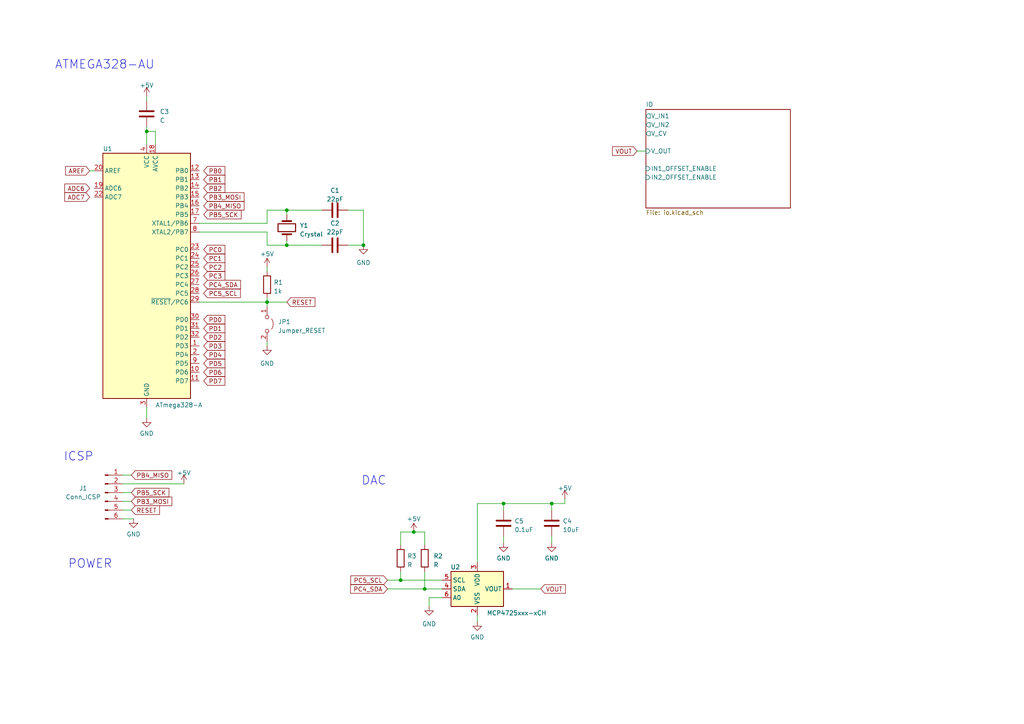
<source format=kicad_sch>
(kicad_sch (version 20230121) (generator eeschema)
  (paper "A4")
  (lib_symbols
    (symbol "Analog_DAC:MCP4725xxx-xCH"
      (property "Reference" "U" (at -6.35 6.35 0))
      (property "Value" "MCP4725xxx-xCH" (at 8.89 6.35 0))
      (symbol "MCP4725xxx-xCH_0_1"
        (rectangle (start -7.62 5.08) (end 7.62 -5.08) (stroke (width 0.254)) (fill (type background)))
      )
      (symbol "MCP4725xxx-xCH_1_1"
        (pin output line (at 10.16 0 180) (length 2.54) (name "VOUT") (number "1"))
        (pin power_in line (at 0 -7.62 90) (length 2.54) (name "VSS") (number "2"))
        (pin power_in line (at 0 7.62 270) (length 2.54) (name "VDD") (number "3"))
        (pin bidirectional line (at -10.16 0 0) (length 2.54) (name "SDA") (number "4"))
        (pin input line (at -10.16 2.54 0) (length 2.54) (name "SCL") (number "5"))
        (pin input line (at -10.16 -2.54 0) (length 2.54) (name "A0") (number "6"))
      )
    )
    (symbol "Connector:Conn_01x06_Pin" (pin_names (offset 1.016) hide)
      (property "Reference" "J" (at 0 7.62 0))
      (property "Value" "Conn_01x06_Pin" (at 0 -10.16 0))
      (symbol "Conn_01x06_Pin_1_1"
        (polyline (pts (xy 1.27 -7.62) (xy 0.8636 -7.62)) (stroke (width 0.1524)))
        (polyline (pts (xy 1.27 -5.08) (xy 0.8636 -5.08)) (stroke (width 0.1524)))
        (polyline (pts (xy 1.27 -2.54) (xy 0.8636 -2.54)) (stroke (width 0.1524)))
        (polyline (pts (xy 1.27 0) (xy 0.8636 0)) (stroke (width 0.1524)))
        (polyline (pts (xy 1.27 2.54) (xy 0.8636 2.54)) (stroke (width 0.1524)))
        (polyline (pts (xy 1.27 5.08) (xy 0.8636 5.08)) (stroke (width 0.1524)))
        (rectangle (start 0.8636 -7.493) (end 0 -7.747) (stroke (width 0.1524)) (fill (type outline)))
        (rectangle (start 0.8636 -4.953) (end 0 -5.207) (stroke (width 0.1524)) (fill (type outline)))
        (rectangle (start 0.8636 -2.413) (end 0 -2.667) (stroke (width 0.1524)) (fill (type outline)))
        (rectangle (start 0.8636 0.127) (end 0 -0.127) (stroke (width 0.1524)) (fill (type outline)))
        (rectangle (start 0.8636 2.667) (end 0 2.413) (stroke (width 0.1524)) (fill (type outline)))
        (rectangle (start 0.8636 5.207) (end 0 4.953) (stroke (width 0.1524)) (fill (type outline)))
        (pin passive line (at 5.08 5.08 180) (length 3.81) (name "Pin_1") (number "1"))
        (pin passive line (at 5.08 2.54 180) (length 3.81) (name "Pin_2") (number "2"))
        (pin passive line (at 5.08 0 180) (length 3.81) (name "Pin_3") (number "3"))
        (pin passive line (at 5.08 -2.54 180) (length 3.81) (name "Pin_4") (number "4"))
        (pin passive line (at 5.08 -5.08 180) (length 3.81) (name "Pin_5") (number "5"))
        (pin passive line (at 5.08 -7.62 180) (length 3.81) (name "Pin_6") (number "6"))
      )
    )
    (symbol "Device:C" (pin_numbers hide) (pin_names (offset 0.254))
      (property "Reference" "C" (at 0.635 2.54 0))
      (property "Value" "C" (at 0.635 -2.54 0))
      (symbol "C_0_1"
        (polyline (pts (xy -2.032 -0.762) (xy 2.032 -0.762)) (stroke (width 0.508)))
        (polyline (pts (xy -2.032 0.762) (xy 2.032 0.762)) (stroke (width 0.508)))
      )
      (symbol "C_1_1"
        (pin passive line (at 0 3.81 270) (length 2.794) (name "~") (number "1"))
        (pin passive line (at 0 -3.81 90) (length 2.794) (name "~") (number "2"))
      )
    )
    (symbol "Device:Crystal" (pin_numbers hide) (pin_names (offset 1.016) hide)
      (property "Reference" "Y" (at 0 3.81 0))
      (property "Value" "Crystal" (at 0 -3.81 0))
      (symbol "Crystal_0_1"
        (rectangle (start -1.143 2.54) (end 1.143 -2.54) (stroke (width 0.3048)))
        (polyline (pts (xy -2.54 0) (xy -1.905 0)))
        (polyline (pts (xy -1.905 -1.27) (xy -1.905 1.27)) (stroke (width 0.508)))
        (polyline (pts (xy 1.905 -1.27) (xy 1.905 1.27)) (stroke (width 0.508)))
        (polyline (pts (xy 2.54 0) (xy 1.905 0)))
      )
      (symbol "Crystal_1_1"
        (pin passive line (at -3.81 0 0) (length 1.27) (name "1") (number "1"))
        (pin passive line (at 3.81 0 180) (length 1.27) (name "2") (number "2"))
      )
    )
    (symbol "Device:R" (pin_numbers hide) (pin_names (offset 0))
      (property "Reference" "R" (at 2.032 0 90))
      (property "Value" "R" (at 0 0 90))
      (symbol "R_0_1"
        (rectangle (start -1.016 -2.54) (end 1.016 2.54) (stroke (width 0.254)))
      )
      (symbol "R_1_1"
        (pin passive line (at 0 3.81 270) (length 1.27) (name "~") (number "1"))
        (pin passive line (at 0 -3.81 90) (length 1.27) (name "~") (number "2"))
      )
    )
    (symbol "Jumper:Jumper_2_Open" (pin_names (offset 0) hide)
      (property "Reference" "JP" (at 0 2.794 0))
      (property "Value" "Jumper_2_Open" (at 0 -2.286 0))
      (symbol "Jumper_2_Open_0_0"
        (circle (center -2.032 0) (radius 0.508))
        (circle (center 2.032 0) (radius 0.508))
      )
      (symbol "Jumper_2_Open_0_1"
        (arc (start 1.524 1.27) (mid 0 1.778) (end -1.524 1.27))
      )
      (symbol "Jumper_2_Open_1_1"
        (pin passive line (at -5.08 0 0) (length 2.54) (name "A") (number "1"))
        (pin passive line (at 5.08 0 180) (length 2.54) (name "B") (number "2"))
      )
    )
    (symbol "MCU_Microchip_ATmega:ATmega328-A"
      (property "Reference" "U" (at -12.7 36.83 0))
      (property "Value" "ATmega328-A" (at 2.54 -36.83 0))
      (symbol "ATmega328-A_0_1"
        (rectangle (start -12.7 -35.56) (end 12.7 35.56) (stroke (width 0.254)) (fill (type background)))
      )
      (symbol "ATmega328-A_1_1"
        (pin bidirectional line (at 15.24 -20.32 180) (length 2.54) (name "PD3") (number "1"))
        (pin bidirectional line (at 15.24 -27.94 180) (length 2.54) (name "PD6") (number "10"))
        (pin bidirectional line (at 15.24 -30.48 180) (length 2.54) (name "PD7") (number "11"))
        (pin bidirectional line (at 15.24 30.48 180) (length 2.54) (name "PB0") (number "12"))
        (pin bidirectional line (at 15.24 27.94 180) (length 2.54) (name "PB1") (number "13"))
        (pin bidirectional line (at 15.24 25.4 180) (length 2.54) (name "PB2") (number "14"))
        (pin bidirectional line (at 15.24 22.86 180) (length 2.54) (name "PB3") (number "15"))
        (pin bidirectional line (at 15.24 20.32 180) (length 2.54) (name "PB4") (number "16"))
        (pin bidirectional line (at 15.24 17.78 180) (length 2.54) (name "PB5") (number "17"))
        (pin power_in line (at 2.54 38.1 270) (length 2.54) (name "AVCC") (number "18"))
        (pin input line (at -15.24 25.4 0) (length 2.54) (name "ADC6") (number "19"))
        (pin bidirectional line (at 15.24 -22.86 180) (length 2.54) (name "PD4") (number "2"))
        (pin passive line (at -15.24 30.48 0) (length 2.54) (name "AREF") (number "20"))
        (pin passive line (at 0 -38.1 90) (length 2.54) hide (name "GND") (number "21"))
        (pin input line (at -15.24 22.86 0) (length 2.54) (name "ADC7") (number "22"))
        (pin bidirectional line (at 15.24 7.62 180) (length 2.54) (name "PC0") (number "23"))
        (pin bidirectional line (at 15.24 5.08 180) (length 2.54) (name "PC1") (number "24"))
        (pin bidirectional line (at 15.24 2.54 180) (length 2.54) (name "PC2") (number "25"))
        (pin bidirectional line (at 15.24 0 180) (length 2.54) (name "PC3") (number "26"))
        (pin bidirectional line (at 15.24 -2.54 180) (length 2.54) (name "PC4") (number "27"))
        (pin bidirectional line (at 15.24 -5.08 180) (length 2.54) (name "PC5") (number "28"))
        (pin bidirectional line (at 15.24 -7.62 180) (length 2.54) (name "~{RESET}/PC6") (number "29"))
        (pin power_in line (at 0 -38.1 90) (length 2.54) (name "GND") (number "3"))
        (pin bidirectional line (at 15.24 -12.7 180) (length 2.54) (name "PD0") (number "30"))
        (pin bidirectional line (at 15.24 -15.24 180) (length 2.54) (name "PD1") (number "31"))
        (pin bidirectional line (at 15.24 -17.78 180) (length 2.54) (name "PD2") (number "32"))
        (pin power_in line (at 0 38.1 270) (length 2.54) (name "VCC") (number "4"))
        (pin passive line (at 0 -38.1 90) (length 2.54) hide (name "GND") (number "5"))
        (pin passive line (at 0 38.1 270) (length 2.54) hide (name "VCC") (number "6"))
        (pin bidirectional line (at 15.24 15.24 180) (length 2.54) (name "XTAL1/PB6") (number "7"))
        (pin bidirectional line (at 15.24 12.7 180) (length 2.54) (name "XTAL2/PB7") (number "8"))
        (pin bidirectional line (at 15.24 -25.4 180) (length 2.54) (name "PD5") (number "9"))
      )
    )
    (symbol "power:+5V" (power) (pin_names (offset 0))
      (property "Value" "+5V" (at 0 3.556 0))
      (symbol "+5V_0_1"
        (polyline (pts (xy -0.762 1.27) (xy 0 2.54)))
        (polyline (pts (xy 0 0) (xy 0 2.54)))
        (polyline (pts (xy 0 2.54) (xy 0.762 1.27)))
      )
      (symbol "+5V_1_1"
        (pin power_in line (at 0 0 90) (length 0) hide (name "+5V") (number "1"))
      )
    )
    (symbol "power:GND" (power) (pin_names (offset 0))
      (property "Value" "GND" (at 0 -3.81 0))
      (symbol "GND_0_1"
        (polyline (pts (xy 0 0) (xy 0 -1.27) (xy 1.27 -1.27) (xy 0 -2.54) (xy -1.27 -1.27) (xy 0 -1.27)))
      )
      (symbol "GND_1_1"
        (pin power_in line (at 0 0 270) (length 0) hide (name "GND") (number "1"))
      )
    )
  )
  (junction (at 105.41 71.12))
  (junction (at 160.02 146.05))
  (junction (at 42.545 38.1))
  (junction (at 120.015 154.305))
  (junction (at 77.47 87.63))
  (junction (at 116.205 168.275))
  (junction (at 83.185 60.96))
  (junction (at 123.19 170.815))
  (junction (at 83.185 71.12))
  (junction (at 146.05 146.05))
  (wire (pts (xy 123.19 170.815) (xy 128.27 170.815)))
  (wire (pts (xy 35.56 142.875) (xy 38.1 142.875)))
  (wire (pts (xy 26.035 49.53) (xy 27.305 49.53)))
  (wire (pts (xy 163.83 144.78) (xy 163.83 146.05)))
  (wire (pts (xy 160.02 155.575) (xy 160.02 157.48)))
  (wire (pts (xy 77.47 99.06) (xy 77.47 100.33)))
  (wire (pts (xy 100.965 60.96) (xy 105.41 60.96)))
  (wire (pts (xy 77.47 87.63) (xy 77.47 88.9)))
  (wire (pts (xy 116.205 168.275) (xy 128.27 168.275)))
  (wire (pts (xy 116.205 154.305) (xy 120.015 154.305)))
  (wire (pts (xy 42.545 27.94) (xy 42.545 29.21)))
  (wire (pts (xy 77.47 77.47) (xy 77.47 78.74)))
  (wire (pts (xy 77.47 71.12) (xy 83.185 71.12)))
  (wire (pts (xy 116.205 165.735) (xy 116.205 168.275)))
  (wire (pts (xy 83.185 62.23) (xy 83.185 60.96)))
  (wire (pts (xy 42.545 41.91) (xy 42.545 38.1)))
  (wire (pts (xy 77.47 67.31) (xy 77.47 71.12)))
  (wire (pts (xy 116.205 158.115) (xy 116.205 154.305)))
  (wire (pts (xy 138.43 178.435) (xy 138.43 180.34)))
  (wire (pts (xy 83.185 69.85) (xy 83.185 71.12)))
  (wire (pts (xy 100.965 71.12) (xy 105.41 71.12)))
  (wire (pts (xy 123.19 158.115) (xy 123.19 154.305)))
  (wire (pts (xy 146.05 155.575) (xy 146.05 157.48)))
  (wire (pts (xy 83.185 60.96) (xy 93.345 60.96)))
  (wire (pts (xy 160.02 146.05) (xy 146.05 146.05)))
  (wire (pts (xy 124.46 173.355) (xy 128.27 173.355)))
  (wire (pts (xy 57.785 87.63) (xy 77.47 87.63)))
  (wire (pts (xy 105.41 60.96) (xy 105.41 71.12)))
  (wire (pts (xy 42.545 118.11) (xy 42.545 121.285)))
  (wire (pts (xy 57.785 64.77) (xy 77.47 64.77)))
  (wire (pts (xy 124.46 175.895) (xy 124.46 173.355)))
  (wire (pts (xy 123.19 154.305) (xy 120.015 154.305)))
  (wire (pts (xy 35.56 145.415) (xy 38.1 145.415)))
  (wire (pts (xy 163.83 146.05) (xy 160.02 146.05)))
  (wire (pts (xy 160.02 147.955) (xy 160.02 146.05)))
  (wire (pts (xy 35.56 137.795) (xy 38.1 137.795)))
  (wire (pts (xy 45.085 38.1) (xy 42.545 38.1)))
  (wire (pts (xy 45.085 41.91) (xy 45.085 38.1)))
  (wire (pts (xy 77.47 64.77) (xy 77.47 60.96)))
  (wire (pts (xy 77.47 86.36) (xy 77.47 87.63)))
  (wire (pts (xy 123.19 165.735) (xy 123.19 170.815)))
  (wire (pts (xy 138.43 163.195) (xy 138.43 146.05)))
  (wire (pts (xy 83.185 71.12) (xy 93.345 71.12)))
  (wire (pts (xy 35.56 140.335) (xy 53.34 140.335)))
  (wire (pts (xy 35.56 150.495) (xy 38.735 150.495)))
  (wire (pts (xy 148.59 170.815) (xy 156.845 170.815)))
  (wire (pts (xy 184.785 43.815) (xy 187.325 43.815)))
  (wire (pts (xy 146.05 146.05) (xy 146.05 147.955)))
  (wire (pts (xy 112.395 168.275) (xy 116.205 168.275)))
  (wire (pts (xy 57.785 67.31) (xy 77.47 67.31)))
  (wire (pts (xy 77.47 87.63) (xy 83.185 87.63)))
  (wire (pts (xy 138.43 146.05) (xy 146.05 146.05)))
  (wire (pts (xy 112.395 170.815) (xy 123.19 170.815)))
  (wire (pts (xy 77.47 60.96) (xy 83.185 60.96)))
  (wire (pts (xy 35.56 147.955) (xy 38.1 147.955)))
  (wire (pts (xy 42.545 36.83) (xy 42.545 38.1)))
  (text "ATMEGA328-AU" (at 15.875 20.32 0) (effects (font (size 2.5 2.5)) (justify left bottom)))
  (text "POWER" (at 19.685 165.1 0) (effects (font (size 2.5 2.5)) (justify left bottom)))
  (text "ICSP" (at 18.415 133.985 0) (effects (font (size 2.5 2.5)) (justify left bottom)))
  (text "DAC" (at 104.775 140.97 0) (effects (font (size 2.5 2.5)) (justify left bottom)))
  (global_label "PB5_SCK" (shape input) (at 38.1 142.875 0) (property "Intersheetrefs" "${INTERSHEET_REFS}" (effects hide)))
  (global_label "PB0" (shape input) (at 59.055 49.53 0) (property "Intersheetrefs" "${INTERSHEET_REFS}" (effects hide)))
  (global_label "ADC6" (shape input) (at 26.035 54.61 180) (property "Intersheetrefs" "${INTERSHEET_REFS}" (effects hide)))
  (global_label "RESET" (shape input) (at 38.1 147.955 0) (property "Intersheetrefs" "${INTERSHEET_REFS}" (effects hide)))
  (global_label "PD6" (shape input) (at 59.055 107.95 0) (property "Intersheetrefs" "${INTERSHEET_REFS}" (effects hide)))
  (global_label "PD1" (shape input) (at 59.055 95.25 0) (property "Intersheetrefs" "${INTERSHEET_REFS}" (effects hide)))
  (global_label "PC4_SDA" (shape input) (at 112.395 170.815 180) (property "Intersheetrefs" "${INTERSHEET_REFS}" (effects hide)))
  (global_label "PB4_MISO" (shape input) (at 59.055 59.69 0) (property "Intersheetrefs" "${INTERSHEET_REFS}" (effects hide)))
  (global_label "PB5_SCK" (shape input) (at 59.055 62.23 0) (property "Intersheetrefs" "${INTERSHEET_REFS}" (effects hide)))
  (global_label "PC1" (shape input) (at 59.055 74.93 0) (property "Intersheetrefs" "${INTERSHEET_REFS}" (effects hide)))
  (global_label "PD0" (shape input) (at 59.055 92.71 0) (property "Intersheetrefs" "${INTERSHEET_REFS}" (effects hide)))
  (global_label "VOUT" (shape input) (at 184.785 43.815 180) (property "Intersheetrefs" "${INTERSHEET_REFS}" (effects hide)))
  (global_label "AREF" (shape input) (at 26.035 49.53 180) (property "Intersheetrefs" "${INTERSHEET_REFS}" (effects hide)))
  (global_label "PC4_SDA" (shape input) (at 59.055 82.55 0) (property "Intersheetrefs" "${INTERSHEET_REFS}" (effects hide)))
  (global_label "PB1" (shape input) (at 59.055 52.07 0) (property "Intersheetrefs" "${INTERSHEET_REFS}" (effects hide)))
  (global_label "PD3" (shape input) (at 59.055 100.33 0) (property "Intersheetrefs" "${INTERSHEET_REFS}" (effects hide)))
  (global_label "PB3_MOSI" (shape input) (at 59.055 57.15 0) (property "Intersheetrefs" "${INTERSHEET_REFS}" (effects hide)))
  (global_label "PD4" (shape input) (at 59.055 102.87 0) (property "Intersheetrefs" "${INTERSHEET_REFS}" (effects hide)))
  (global_label "PC3" (shape input) (at 59.055 80.01 0) (property "Intersheetrefs" "${INTERSHEET_REFS}" (effects hide)))
  (global_label "VOUT" (shape input) (at 156.845 170.815 0) (property "Intersheetrefs" "${INTERSHEET_REFS}" (effects hide)))
  (global_label "PB2" (shape input) (at 59.055 54.61 0) (property "Intersheetrefs" "${INTERSHEET_REFS}" (effects hide)))
  (global_label "PB3_MOSI" (shape input) (at 38.1 145.415 0) (property "Intersheetrefs" "${INTERSHEET_REFS}" (effects hide)))
  (global_label "PD2" (shape input) (at 59.055 97.79 0) (property "Intersheetrefs" "${INTERSHEET_REFS}" (effects hide)))
  (global_label "PB4_MISO" (shape input) (at 38.1 137.795 0) (property "Intersheetrefs" "${INTERSHEET_REFS}" (effects hide)))
  (global_label "PD7" (shape input) (at 59.055 110.49 0) (property "Intersheetrefs" "${INTERSHEET_REFS}" (effects hide)))
  (global_label "ADC7" (shape input) (at 26.035 57.15 180) (property "Intersheetrefs" "${INTERSHEET_REFS}" (effects hide)))
  (global_label "PC0" (shape input) (at 59.055 72.39 0) (property "Intersheetrefs" "${INTERSHEET_REFS}" (effects hide)))
  (global_label "RESET" (shape input) (at 83.185 87.63 0) (property "Intersheetrefs" "${INTERSHEET_REFS}" (effects hide)))
  (global_label "PC2" (shape input) (at 59.055 77.47 0) (property "Intersheetrefs" "${INTERSHEET_REFS}" (effects hide)))
  (global_label "PC5_SCL" (shape input) (at 112.395 168.275 180) (property "Intersheetrefs" "${INTERSHEET_REFS}" (effects hide)))
  (global_label "PD5" (shape input) (at 59.055 105.41 0) (property "Intersheetrefs" "${INTERSHEET_REFS}" (effects hide)))
  (global_label "PC5_SCL" (shape input) (at 59.055 85.09 0) (property "Intersheetrefs" "${INTERSHEET_REFS}" (effects hide)))
  (symbol (lib_id "power:+5V") (at 163.83 144.78 0) (unit 1)
    (property "Reference" "#PWR09" (effects hide))
    (property "Value" "+5V" (at 163.83 141.605 0))
  )
  (symbol (lib_id "Device:R") (at 116.205 161.925 0) (unit 1)
    (property "Reference" "R3" (at 118.11 161.29 0) (effects (justify left)))
    (property "Value" "R" (at 118.11 163.83 0) (effects (justify left)))
  )
  (symbol (lib_id "MCU_Microchip_ATmega:ATmega328-A") (at 42.545 80.01 0) (unit 1)
    (property "Reference" "U1" (at 29.845 43.18 0) (effects (justify left)))
    (property "Value" "ATmega328-A" (at 45.085 117.475 0) (effects (justify left)))
    (property "Footprint" "Package_QFP:TQFP-32_7x7mm_P0.8mm" (effects hide))
    (property "Datasheet" "http://ww1.microchip.com/downloads/en/DeviceDoc/ATmega328_P%20AVR%20MCU%20with%20picoPower%20Technology%20Data%20Sheet%2040001984A.pdf" (effects hide))
  )
  (symbol (lib_id "power:+5V") (at 120.015 154.305 0) (unit 1)
    (property "Reference" "#PWR010" (effects hide))
    (property "Value" "+5V" (at 120.015 150.495 0))
  )
  (symbol (lib_id "power:GND") (at 42.545 121.285 0) (unit 1)
    (property "Reference" "#PWR04" (effects hide))
    (property "Value" "GND" (at 42.545 125.73 0))
  )
  (symbol (lib_id "power:GND") (at 77.47 100.33 0) (unit 1)
    (property "Reference" "#PWR03" (effects hide))
    (property "Value" "GND" (at 77.47 105.41 0))
  )
  (symbol (lib_id "power:GND") (at 124.46 175.895 0) (unit 1)
    (property "Reference" "#PWR011" (effects hide))
    (property "Value" "GND" (at 124.46 180.975 0))
  )
  (symbol (lib_id "power:+5V") (at 42.545 27.94 0) (unit 1)
    (property "Reference" "#PWR02" (effects hide))
    (property "Value" "+5V" (at 42.545 24.765 0))
  )
  (symbol (lib_id "Device:Crystal") (at 83.185 66.04 90) (unit 1)
    (property "Reference" "Y1" (at 86.9155 65.405 90) (effects (justify right)))
    (property "Value" "Crystal" (at 86.9155 67.945 90) (effects (justify right)))
  )
  (symbol (lib_id "Device:R") (at 123.19 161.925 0) (unit 1)
    (property "Reference" "R2" (at 125.73 161.29 0) (effects (justify left)))
    (property "Value" "R" (at 125.73 163.83 0) (effects (justify left)))
  )
  (symbol (lib_id "power:GND") (at 138.43 180.34 0) (unit 1)
    (property "Reference" "#PWR012" (effects hide))
    (property "Value" "GND" (at 138.43 184.785 0))
  )
  (symbol (lib_id "power:GND") (at 38.735 150.495 0) (unit 1)
    (property "Reference" "#PWR06" (effects hide))
    (property "Value" "GND" (at 38.735 154.94 0))
  )
  (symbol (lib_id "Device:C") (at 160.02 151.765 0) (unit 1)
    (property "Reference" "C4" (at 163.195 151.13 0) (effects (justify left)))
    (property "Value" "10uF" (at 163.195 153.67 0) (effects (justify left)))
  )
  (symbol (lib_id "Device:C") (at 146.05 151.765 0) (unit 1)
    (property "Reference" "C5" (at 149.225 151.13 0) (effects (justify left)))
    (property "Value" "0.1uF" (at 149.225 153.67 0) (effects (justify left)))
  )
  (symbol (lib_id "Device:R") (at 77.47 82.55 180) (unit 1)
    (property "Reference" "R1" (at 79.375 81.915 0) (effects (justify right)))
    (property "Value" "1k" (at 79.375 84.455 0) (effects (justify right)))
  )
  (symbol (lib_id "Analog_DAC:MCP4725xxx-xCH") (at 138.43 170.815 0) (unit 1)
    (property "Reference" "U2" (at 132.08 164.465 0))
    (property "Value" "MCP4725xxx-xCH" (at 149.86 177.8 0))
    (property "Footprint" "Package_TO_SOT_SMD:SOT-23-6" (effects hide))
    (property "Datasheet" "http://ww1.microchip.com/downloads/en/DeviceDoc/22039d.pdf" (effects hide))
  )
  (symbol (lib_id "Connector:Conn_01x06_Pin") (at 30.48 142.875 0) (unit 1)
    (property "Reference" "J1" (at 24.13 141.605 0))
    (property "Value" "Conn_ICSP" (at 24.13 144.145 0))
  )
  (symbol (lib_id "power:GND") (at 160.02 157.48 0) (unit 1)
    (property "Reference" "#PWR08" (effects hide))
    (property "Value" "GND" (at 160.02 161.925 0))
  )
  (symbol (lib_id "power:+5V") (at 53.34 140.335 0) (unit 1)
    (property "Reference" "#PWR05" (effects hide))
    (property "Value" "+5V" (at 53.34 137.16 0))
  )
  (symbol (lib_id "power:+5V") (at 77.47 77.47 0) (unit 1)
    (property "Reference" "#PWR01" (effects hide))
    (property "Value" "+5V" (at 77.47 73.66 0))
  )
  (symbol (lib_id "Device:C") (at 42.545 33.02 180) (unit 1)
    (property "Reference" "C3" (at 46.355 32.385 0) (effects (justify right)))
    (property "Value" "C" (at 46.355 34.925 0) (effects (justify right)))
  )
  (symbol (lib_id "Device:C") (at 97.155 71.12 90) (unit 1)
    (property "Reference" "C2" (at 97.155 64.77 90))
    (property "Value" "22pF" (at 97.155 67.31 90))
  )
  (symbol (lib_id "power:GND") (at 146.05 157.48 0) (unit 1)
    (property "Reference" "#PWR07" (effects hide))
    (property "Value" "GND" (at 146.05 161.925 0))
  )
  (symbol (lib_id "power:GND") (at 105.41 71.12 0) (unit 1)
    (property "Reference" "#PWR013" (effects hide))
    (property "Value" "GND" (at 105.41 76.2 0))
  )
  (symbol (lib_id "Jumper:Jumper_2_Open") (at 77.47 93.98 270) (unit 1)
    (property "Reference" "JP1" (at 80.645 93.345 90) (effects (justify left)))
    (property "Value" "Jumper_RESET" (at 80.645 95.885 90) (effects (justify left)))
  )
  (symbol (lib_id "Device:C") (at 97.155 60.96 90) (unit 1)
    (property "Reference" "C1" (at 97.155 55.245 90))
    (property "Value" "22pF" (at 97.155 57.785 90))
  )
  (sheet (at 187.325 31.75) (size 41.91 28.575) (stroke (width 0.1524))
    (property "Sheetname" "IO" (at 187.325 31.0384 0) (effects (justify left bottom)))
    (property "Sheetfile" "io.kicad_sch" (at 187.325 60.9096 0) (effects (justify left top)))
    (pin "V_IN1" output (at 187.325 33.655 180))
    (pin "V_OUT" input (at 187.325 43.815 180))
    (pin "IN1_OFFSET_ENABLE" input (at 187.325 48.895 180))
    (pin "V_IN2" output (at 187.325 36.195 180))
    (pin "V_CV" output (at 187.325 38.735 180))
    (pin "IN2_OFFSET_ENABLE" input (at 187.325 51.435 180))
  )
)
</source>
